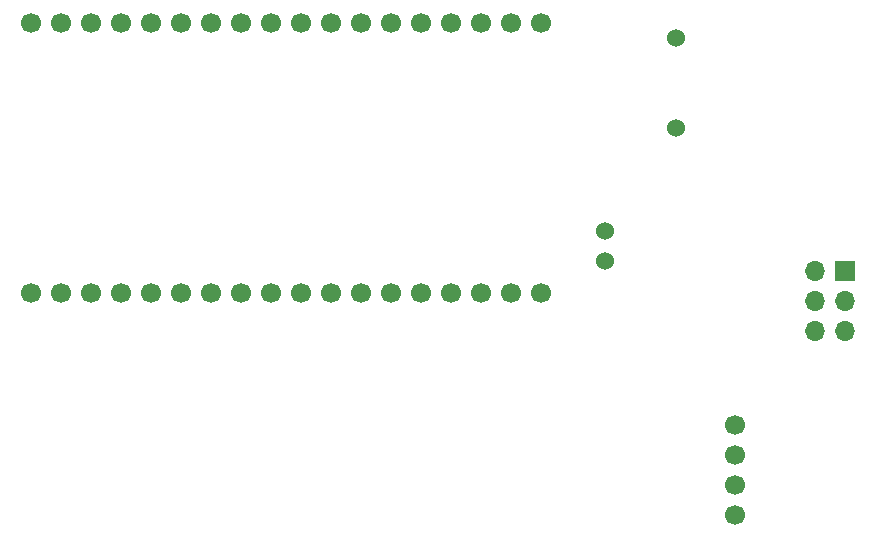
<source format=gbr>
%TF.GenerationSoftware,KiCad,Pcbnew,8.0.4*%
%TF.CreationDate,2024-12-05T13:36:44-08:00*%
%TF.ProjectId,DC33_Cnet_Badge_Main,44433333-5f43-46e6-9574-5f4261646765,rev?*%
%TF.SameCoordinates,Original*%
%TF.FileFunction,Soldermask,Top*%
%TF.FilePolarity,Negative*%
%FSLAX46Y46*%
G04 Gerber Fmt 4.6, Leading zero omitted, Abs format (unit mm)*
G04 Created by KiCad (PCBNEW 8.0.4) date 2024-12-05 13:36:44*
%MOMM*%
%LPD*%
G01*
G04 APERTURE LIST*
%ADD10C,1.524000*%
%ADD11O,1.700000X1.700000*%
%ADD12R,1.700000X1.700000*%
%ADD13C,1.700000*%
G04 APERTURE END LIST*
D10*
%TO.C,VIBRA1*%
X172500000Y-76770000D03*
X172500000Y-74230000D03*
%TD*%
D11*
%TO.C,J1*%
X190260000Y-82700000D03*
X192800000Y-82700000D03*
X190260000Y-80160000D03*
X192800000Y-80160000D03*
X190260000Y-77620000D03*
D12*
X192800000Y-77620000D03*
%TD*%
D10*
%TO.C,BUZZ1*%
X178500000Y-57880000D03*
X178500000Y-65500000D03*
%TD*%
D13*
%TO.C,U1*%
X123860000Y-79500000D03*
X126400000Y-79500000D03*
X128940000Y-79500000D03*
X131480000Y-79500000D03*
X134020000Y-79500000D03*
X136560000Y-79500000D03*
X139100000Y-79500000D03*
X141640000Y-79500000D03*
X144180000Y-79500000D03*
X146720000Y-79500000D03*
X149260000Y-79500000D03*
X151800000Y-79500000D03*
X154340000Y-79500000D03*
X156880000Y-79500000D03*
X159420000Y-79500000D03*
X161960000Y-79500000D03*
X164500000Y-79500000D03*
X167040000Y-79500000D03*
X167040000Y-56640000D03*
X164500000Y-56640000D03*
X161960000Y-56640000D03*
X159420000Y-56640000D03*
X156880000Y-56640000D03*
X154340000Y-56640000D03*
X151800000Y-56640000D03*
X149260000Y-56640000D03*
X146720000Y-56640000D03*
X144180000Y-56640000D03*
X141640000Y-56640000D03*
X139100000Y-56640000D03*
X136560000Y-56640000D03*
X134020000Y-56640000D03*
X131480000Y-56640000D03*
X128940000Y-56640000D03*
X126400000Y-56640000D03*
X123860000Y-56640000D03*
%TD*%
%TO.C,GPS1*%
X183510000Y-90690000D03*
X183510000Y-93230000D03*
X183510000Y-95770000D03*
X183510000Y-98310000D03*
%TD*%
M02*

</source>
